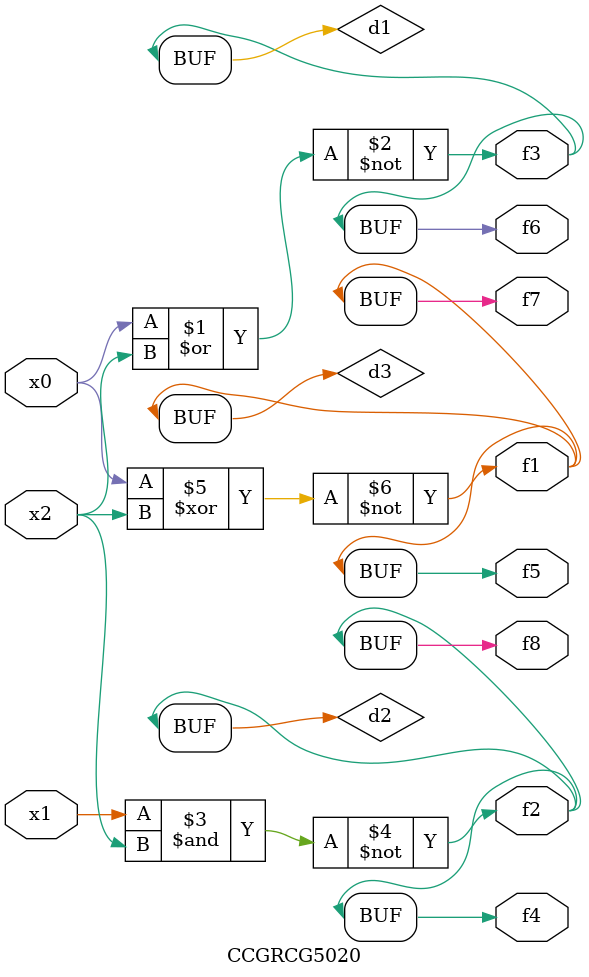
<source format=v>
module CCGRCG5020(
	input x0, x1, x2,
	output f1, f2, f3, f4, f5, f6, f7, f8
);

	wire d1, d2, d3;

	nor (d1, x0, x2);
	nand (d2, x1, x2);
	xnor (d3, x0, x2);
	assign f1 = d3;
	assign f2 = d2;
	assign f3 = d1;
	assign f4 = d2;
	assign f5 = d3;
	assign f6 = d1;
	assign f7 = d3;
	assign f8 = d2;
endmodule

</source>
